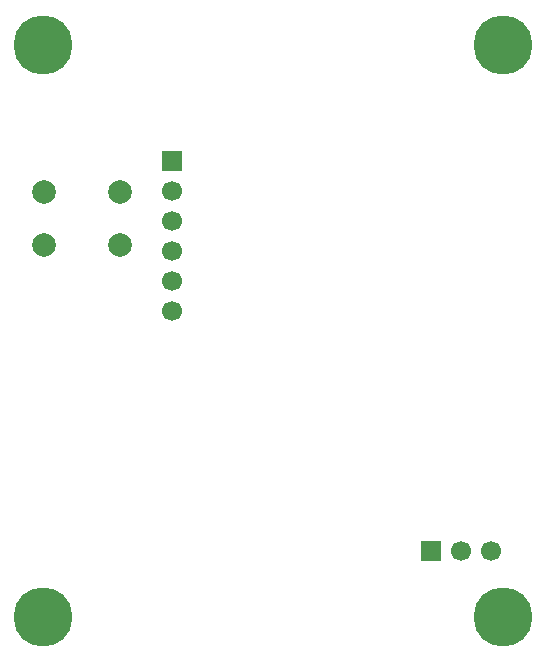
<source format=gbr>
%TF.GenerationSoftware,KiCad,Pcbnew,9.0.5*%
%TF.CreationDate,2025-10-31T15:40:08+01:00*%
%TF.ProjectId,ATMEGA32_evaluation_board,41544d45-4741-4333-925f-6576616c7561,rev?*%
%TF.SameCoordinates,Original*%
%TF.FileFunction,Soldermask,Bot*%
%TF.FilePolarity,Negative*%
%FSLAX46Y46*%
G04 Gerber Fmt 4.6, Leading zero omitted, Abs format (unit mm)*
G04 Created by KiCad (PCBNEW 9.0.5) date 2025-10-31 15:40:08*
%MOMM*%
%LPD*%
G01*
G04 APERTURE LIST*
%ADD10C,2.000000*%
%ADD11C,5.000000*%
%ADD12R,1.700000X1.700000*%
%ADD13C,1.700000*%
G04 APERTURE END LIST*
D10*
%TO.C,SW1*%
X116900000Y-83200000D03*
X123400000Y-83200000D03*
X116900000Y-87700000D03*
X123400000Y-87700000D03*
%TD*%
D11*
%TO.C,H1*%
X155800000Y-70800000D03*
%TD*%
%TO.C,H3*%
X116800000Y-119200000D03*
%TD*%
D12*
%TO.C,J2*%
X127800000Y-80600000D03*
D13*
X127800000Y-83140000D03*
X127800000Y-85680000D03*
X127800000Y-88220000D03*
X127800000Y-90760000D03*
X127800000Y-93300000D03*
%TD*%
D12*
%TO.C,J1*%
X149660000Y-113600000D03*
D13*
X152200000Y-113600000D03*
X154740000Y-113600000D03*
%TD*%
D11*
%TO.C,H2*%
X155800000Y-119200000D03*
%TD*%
%TO.C,H4*%
X116800000Y-70800000D03*
%TD*%
M02*

</source>
